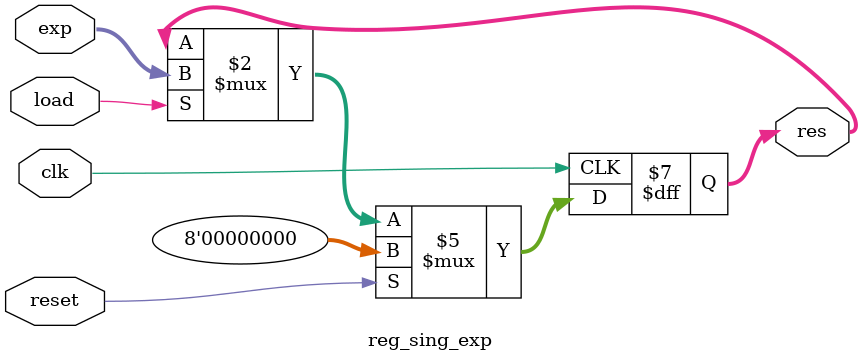
<source format=v>
`timescale 1ns / 1ps

module reg_sing_exp(
    input reset,
    input load,
    input clk,
    input [7:0] exp,
    output reg [7:0] res
    );
        
    always @(posedge clk) 
        if(reset) begin
            res <= 0;
        end
        else if(load) begin
            res <= exp;
        end
endmodule

</source>
